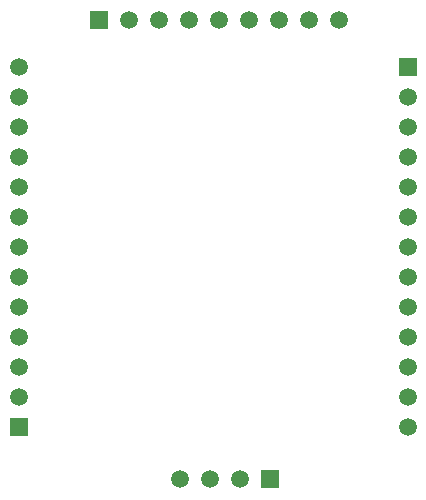
<source format=gbl>
G04 Layer_Physical_Order=2*
G04 Layer_Color=16711680*
%FSLAX25Y25*%
%MOIN*%
G70*
G01*
G75*
%ADD13C,0.05906*%
%ADD14R,0.05906X0.05906*%
%ADD15R,0.05906X0.05906*%
D13*
X135500Y34000D02*
D03*
Y44000D02*
D03*
Y54000D02*
D03*
Y64000D02*
D03*
Y74000D02*
D03*
Y84000D02*
D03*
Y94000D02*
D03*
Y104000D02*
D03*
Y114000D02*
D03*
Y124000D02*
D03*
Y134000D02*
D03*
Y144000D02*
D03*
X6000Y154000D02*
D03*
Y144000D02*
D03*
Y134000D02*
D03*
Y124000D02*
D03*
Y114000D02*
D03*
Y104000D02*
D03*
Y94000D02*
D03*
Y84000D02*
D03*
Y74000D02*
D03*
Y64000D02*
D03*
Y54000D02*
D03*
Y44000D02*
D03*
X79500Y16500D02*
D03*
X69500D02*
D03*
X59500D02*
D03*
X42500Y169500D02*
D03*
X112500D02*
D03*
X102500D02*
D03*
X92500D02*
D03*
X82500D02*
D03*
X72500D02*
D03*
X62500D02*
D03*
X52500D02*
D03*
D14*
X135500Y154000D02*
D03*
X6000Y34000D02*
D03*
D15*
X89500Y16500D02*
D03*
X32500Y169500D02*
D03*
M02*

</source>
